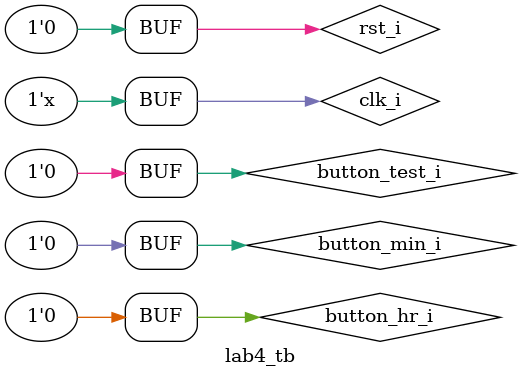
<source format=v>
`timescale 1ns / 1ps


`timescale 1ns / 1ps

module lab4_tb;

    reg clk_i = 0;
    reg rst_i = 1;
    reg button_hr_i = 0;
    reg button_min_i = 0;
    reg button_test_i = 0;
    wire [7:0] led7_seg_o;
    wire [7:0] led7_an_o;

lab4 #(.N(10)) uut (
    .clk_i(clk_i),
    .rst_i(rst_i),
    .button_hr_i(button_hr_i),
    .button_min_i(button_min_i),
    .button_test_i(button_test_i),
    .led7_seg_o(led7_seg_o),
    .led7_an_o(led7_an_o)
);


    always #5 clk_i = ~clk_i; // 100 MHz

    initial begin
        #10 rst_i = 0;
        #20 button_hr_i = 1;
        #20 button_hr_i = 0;
    end

endmodule

</source>
